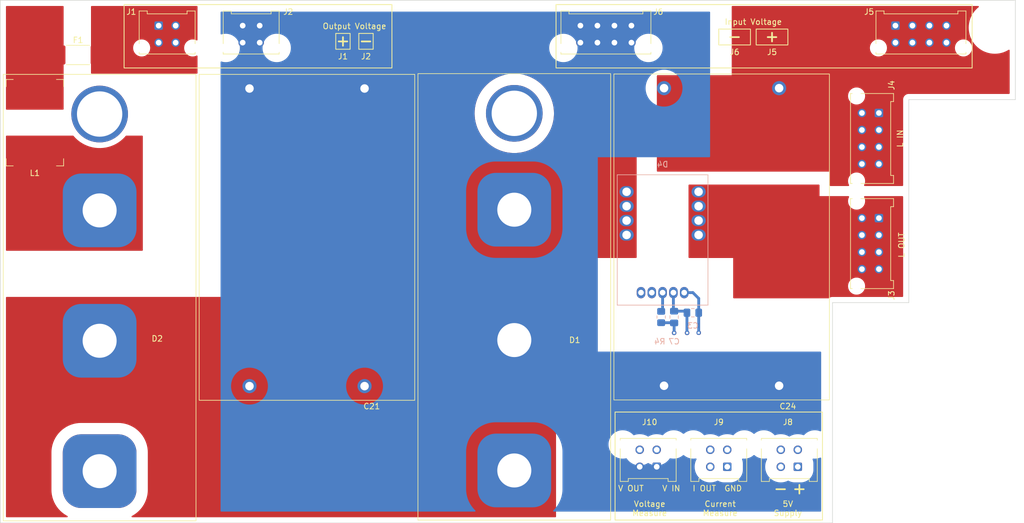
<source format=kicad_pcb>
(kicad_pcb (version 20211014) (generator pcbnew)
  (layers (0 "F.Cu" signal) (1 "In1.Cu" signal) (2 "In2.Cu" signal) (31 "B.Cu" signal) (34 "B.Paste" user) (35 "F.Paste" user) (36 "B.SilkS" user "B.Silkscreen") (37 "F.SilkS" user "F.Silkscreen") (38 "B.Mask" user) (39 "F.Mask" user) (44 "Edge.Cuts" user))
  (net 0 "")
  (net 1 "GNDPWR")
  (net 2 "Voltage_IN")
  (net 3 "Voltage_OUT")
  (net 4 "Current_Measure")
  (net 7 "+5V")
  (net 8 "GND")
  (net 9 "Net-(C21-Pad1)")
  (net 10 "LPSR_OUT")
  (net 11 "Net-(D4-Pad11)")
  (net 13 "Net-(D2-Pad1)")
  (net 14 "LPSR_IN")
  (net 15 "Net-(F1-Pad1)")
  (footprint "Connector_Molex:Molex_Micro-Fit_3.0_43045-0812_2x04_P3.00mm_Vertical" (layer "F.Cu") (at 218.5 87.956 -90)
    (fp_text reference "J3" (at 13.644 -2.226 90) (layer "F.SilkS"))
    (fp_text value "L_OUT")
    (fp_line (start 12.435 -2.58) (end 12.435 3.18) (layer "F.SilkS") (width 0.12))
    (fp_line (start -3.435 5.01) (end 12.435 5.01) (layer "F.SilkS") (width 0.12))
    (fp_line (start -3.435 4.7) (end -3.435 5.01) (layer "F.SilkS") (width 0.12))
    (fp_line (start 11.015 -2.58) (end 12.435 -2.58) (layer "F.SilkS") (width 0.12))
    (fp_line (start -3.435 3.18) (end -3.435 -2.58) (layer "F.SilkS") (width 0.12))
    (fp_line (start 11.015 -2.08) (end 11.015 -2.58) (layer "F.SilkS") (width 0.12))
    (fp_line (start -3.435 -2.58) (end -2.015 -2.58) (layer "F.SilkS") (width 0.12))
    (fp_line (start -2.015 -2.08) (end 11.015 -2.08) (layer "F.SilkS") (width 0.12))
    (fp_line (start 12.435 5.01) (end 12.435 4.7) (layer "F.SilkS") (width 0.12))
    (fp_line (start -2.015 -2.58) (end -2.015 -2.08) (layer "F.SilkS") (width 0.12))
    (pad "" np_thru_hole circle (at -3 3.94 270) (size 1 1) (drill 1) (layers *.Cu *.Mask))
    (pad "" np_thru_hole circle (at 12 3.94 270) (size 1 1) (drill 1) (layers *.Cu *.Mask))
    (pad "1" thru_hole roundrect (at 0 0 270) (size 1.5 1.5) (drill 1) (layers *.Cu *.Mask) (roundrect_rratio 0.1666673333) (net 14 "LPSR_IN"))
    (pad "2" thru_hole circle (at 3 0 270) (size 1.5 1.5) (drill 1) (layers *.Cu *.Mask) (net 14 "LPSR_IN"))
    (pad "3" thru_hole circle (at 6 0 270) (size 1.5 1.5) (drill 1) (layers *.Cu *.Mask) (net 14 "LPSR_IN"))
    (pad "4" thru_hole circle (at 9 0 270) (size 1.5 1.5) (drill 1) (layers *.Cu *.Mask) (net 14 "LPSR_IN"))
    (pad "5" thru_hole circle (at 0 3 270) (size 1.5 1.5) (drill 1) (layers *.Cu *.Mask) (net 14 "LPSR_IN"))
    (pad "6" thru_hole circle (at 3 3 270) (size 1.5 1.5) (drill 1) (layers *.Cu *.Mask) (net 14 "LPSR_IN"))
    (pad "7" thru_hole circle (at 6 3 270) (size 1.5 1.5) (drill 1) (layers *.Cu *.Mask) (net 14 "LPSR_IN"))
    (pad "8" thru_hole circle (at 9 3 270) (size 1.5 1.5) (drill 1) (layers *.Cu *.Mask) (net 14 "LPSR_IN"))
  )
  (footprint "Connector_Molex:Molex_Micro-Fit_3.0_43045-0412_2x02_P3.00mm_Vertical" (layer "F.Cu") (at 191.746 131.826 180)
    (fp_text reference "J9" (at 1.5 7.874 180) (layer "F.SilkS"))
    (fp_text value "Current_Measure")
    (fp_line (start 6.435 -2.58) (end 6.435 3.18) (layer "F.SilkS") (width 0.12))
    (fp_line (start -3.435 3.18) (end -3.435 -2.58) (layer "F.SilkS") (width 0.12))
    (fp_line (start -2.015 -2.58) (end -2.015 -2.08) (layer "F.SilkS") (width 0.12))
    (fp_line (start 5.015 -2.08) (end 5.015 -2.58) (layer "F.SilkS") (width 0.12))
    (fp_line (start 5.015 -2.58) (end 6.435 -2.58) (layer "F.SilkS") (width 0.12))
    (fp_line (start -3.435 -2.58) (end -2.015 -2.58) (layer "F.SilkS") (width 0.12))
    (fp_line (start -2.015 -2.08) (end 5.015 -2.08) (layer "F.SilkS") (width 0.12))
    (fp_line (start 6.435 5.01) (end 6.435 4.7) (layer "F.SilkS") (width 0.12))
    (fp_line (start -3.435 4.7) (end -3.435 5.01) (layer "F.SilkS") (width 0.12))
    (fp_line (start -3.435 5.01) (end 6.435 5.01) (layer "F.SilkS") (width 0.12))
    (pad "" np_thru_hole circle (at -3 3.94 180) (size 1 1) (drill 1) (layers *.Cu *.Mask))
    (pad "" np_thru_hole circle (at 6 3.94 180) (size 1 1) (drill 1) (layers *.Cu *.Mask))
    (pad "1" thru_hole roundrect (at 0 0 180) (size 1.5 1.5) (drill 1) (layers *.Cu *.Mask) (roundrect_rratio 0.1666673333) (net 8 "GND"))
    (pad "2" thru_hole circle (at 3 0 180) (size 1.5 1.5) (drill 1) (layers *.Cu *.Mask) (net 4 "Current_Measure"))
    (pad "3" thru_hole circle (at 0 3 180) (size 1.5 1.5) (drill 1) (layers *.Cu *.Mask) (net 8 "GND"))
    (pad "4" thru_hole circle (at 3 3 180) (size 1.5 1.5) (drill 1) (layers *.Cu *.Mask) (net 4 "Current_Measure"))
  )
  (footprint "Inductor_My:Wurth" (layer "F.Cu") (at 69.596 71.12 90)
    (fp_text reference "L1" (at -8.89 0 unlocked) (layer "F.SilkS"))
    (fp_text value "L_Small")
    (fp_line (start -7.62 5.08) (end -6.35 5.08) (layer "F.SilkS") (width 0.12))
    (fp_line (start 7.62 -5.08) (end 7.62 -3.81) (layer "F.SilkS") (width 0.12))
    (fp_line (start 7.62 5.08) (end 7.62 3.81) (layer "F.SilkS") (width 0.12))
    (fp_line (start 6.35 5.08) (end 7.62 5.08) (layer "F.SilkS") (width 0.12))
    (fp_line (start 6.35 -5.08) (end 7.62 -5.08) (layer "F.SilkS") (width 0.12))
    (fp_line (start -6.35 -5.08) (end -7.62 -5.08) (layer "F.SilkS") (width 0.12))
    (fp_line (start -7.62 -5.08) (end -7.62 -3.81) (layer "F.SilkS") (width 0.12))
    (fp_line (start -7.62 3.81) (end -7.62 5.08) (layer "F.SilkS") (width 0.12))
    (pad "1" smd roundrect (at -5 0 90) (size 5 10) (layers "F.Cu" "F.Paste" "F.Mask") (net 13 "Net-(D2-Pad1)"))
    (pad "2" smd roundrect (at 5 0 90) (size 5 10) (layers "F.Cu" "F.Paste" "F.Mask") (net 15 "Net-(F1-Pad1)"))
  )
  (footprint "Connector_Molex:Molex_Micro-Fit_3.0_43045-0412_2x02_P3.00mm_Vertical" (layer "F.Cu") (at 179.3 131.826 180)
    (fp_text reference "J10" (at 1.246 7.874) (layer "F.SilkS"))
    (fp_text value "Voltage_Measure")
    (fp_line (start 6.435 -2.58) (end 6.435 3.18) (layer "F.SilkS") (width 0.12))
    (fp_line (start 5.015 -2.08) (end 5.015 -2.58) (layer "F.SilkS") (width 0.12))
    (fp_line (start 5.015 -2.58) (end 6.435 -2.58) (layer "F.SilkS") (width 0.12))
    (fp_line (start -3.435 -2.58) (end -2.015 -2.58) (layer "F.SilkS") (width 0.12))
    (fp_line (start -3.435 3.18) (end -3.435 -2.58) (layer "F.SilkS") (width 0.12))
    (fp_line (start -2.015 -2.08) (end 5.015 -2.08) (layer "F.SilkS") (width 0.12))
    (fp_line (start -3.435 5.01) (end 6.435 5.01) (layer "F.SilkS") (width 0.12))
    (fp_line (start 6.435 5.01) (end 6.435 4.7) (layer "F.SilkS") (width 0.12))
    (fp_line (start -2.015 -2.58) (end -2.015 -2.08) (layer "F.SilkS") (width 0.12))
    (fp_line (start -3.435 4.7) (end -3.435 5.01) (layer "F.SilkS") (width 0.12))
    (pad "" np_thru_hole circle (at 6 3.94 180) (size 1 1) (drill 1) (layers *.Cu *.Mask))
    (pad "" np_thru_hole circle (at -3 3.94 180) (size 1 1) (drill 1) (layers *.Cu *.Mask))
    (pad "1" thru_hole roundrect (at 0 0 180) (size 1.5 1.5) (drill 1) (layers *.Cu *.Mask) (roundrect_rratio 0.1666673333) (net 1 "GNDPWR"))
    (pad "2" thru_hole circle (at 3 0 180) (size 1.5 1.5) (drill 1) (layers *.Cu *.Mask) (net 1 "GNDPWR"))
    (pad "3" thru_hole circle (at 0 3 180) (size 1.5 1.5) (drill 1) (layers *.Cu *.Mask) (net 2 "Voltage_IN"))
    (pad "4" thru_hole circle (at 3 3 180) (size 1.5 1.5) (drill 1) (layers *.Cu *.Mask) (net 3 "Voltage_OUT"))
  )
  (footprint "IGBT_Modul:SEMITRANS_2" (layer "F.Cu") (at 81.026 69.596)
    (fp_text reference "D2" (at 10.16 39.624 unlocked) (layer "F.SilkS"))
    (fp_text value "SKM100GB12T4")
    (fp_rect (start -17 -7) (end 17 71.76) (layer "F.SilkS") (width 0.12) (fill none))
    (pad "" np_thru_hole circle (at 0 0) (size 10 10) (drill 8) (layers F&B.Cu *.Mask))
    (pad "1" thru_hole roundrect (at 0 17) (size 13 13) (drill 6) (layers *.Cu *.Mask) (net 13 "Net-(D2-Pad1)"))
    (pad "2" thru_hole roundrect (at 0 40) (size 13 13) (drill 6) (layers *.Cu *.Mask) (net 9 "Net-(C21-Pad1)"))
    (pad "3" thru_hole roundrect (at 0 63) (size 13 13) (drill 6) (layers *.Cu *.Mask) (clearance 2))
  )
  (footprint "Fuse:Fuse_2512_6332Metric_Pad1.52x3.35mm_HandSolder" (layer "F.Cu") (at 77.216 59.182)
    (fp_text reference "F1" (at 0 -2.62) (layer "F.SilkS"))
    (fp_text value "Fuse")
    (fp_line (start -2.052064 1.71) (end 2.052064 1.71) (layer "F.SilkS") (width 0.12))
    (fp_line (start -2.052064 -1.71) (end 2.052064 -1.71) (layer "F.SilkS") (width 0.12))
    (pad "1" smd roundrect (at -2.9875 0) (size 1.525 3.35) (layers "F.Cu" "F.Paste" "F.Mask") (roundrect_rratio 0.1639337705) (net 15 "Net-(F1-Pad1)"))
    (pad "2" smd roundrect (at 2.9875 0) (size 1.525 3.35) (layers "F.Cu" "F.Paste" "F.Mask") (roundrect_rratio 0.1639337705) (net 3 "Voltage_OUT"))
  )
  (footprint "Capacitor_4pin:C4AE" (layer "F.Cu") (at 192.064 62.531)
    (fp_text reference "C24" (at 10.374 58.627 unlocked) (layer "F.SilkS"))
    (fp_text value "100u")
    (fp_rect (start -20.32 0) (end 17.7 57.5) (layer "F.SilkS") (width 0.12) (fill none))
    (pad "1" thru_hole circle (at 8.83 2.5) (size 2.5 2.5) (drill 1.5) (layers *.Cu *.Mask) (net 2 "Voltage_IN") (clearance 2))
    (pad "1" thru_hole circle (at -11.47 2.5) (size 2.5 2.5) (drill 1.5) (layers *.Cu *.Mask) (net 2 "Voltage_IN") (clearance 2))
    (pad "2" thru_hole circle (at -11.47 55) (size 2.5 2.5) (drill 1.5) (layers *.Cu *.Mask) (net 1 "GNDPWR"))
    (pad "2" thru_hole circle (at 8.83 55) (size 2.5 2.5) (drill 1.5) (layers *.Cu *.Mask) (net 1 "GNDPWR"))
  )
  (footprint "Connector_Molex:Molex_Micro-Fit_3.0_43045-0412_2x02_P3.00mm_Vertical" (layer "F.Cu") (at 91.44 54)
    (fp_text reference "J1" (at -4.826 -2.438) (layer "F.SilkS"))
    (fp_text value "OUT+")
    (fp_line (start -3.435 5.01) (end 6.435 5.01) (layer "F.SilkS") (width 0.12))
    (fp_line (start -3.435 4.7) (end -3.435 5.01) (layer "F.SilkS") (width 0.12))
    (fp_line (start 5.015 -2.58) (end 6.435 -2.58) (layer "F.SilkS") (width 0.12))
    (fp_line (start 6.435 5.01) (end 6.435 4.7) (layer "F.SilkS") (width 0.12))
    (fp_line (start 5.015 -2.08) (end 5.015 -2.58) (layer "F.SilkS") (width 0.12))
    (fp_line (start -3.435 3.18) (end -3.435 -2.58) (layer "F.SilkS") (width 0.12))
    (fp_line (start -2.015 -2.58) (end -2.015 -2.08) (layer "F.SilkS") (width 0.12))
    (fp_line (start -3.435 -2.58) (end -2.015 -2.58) (layer "F.SilkS") (width 0.12))
    (fp_line (start -2.015 -2.08) (end 5.015 -2.08) (layer "F.SilkS") (width 0.12))
    (fp_line (start 6.435 -2.58) (end 6.435 3.18) (layer "F.SilkS") (width 0.12))
    (pad "" np_thru_hole circle (at 6 3.94) (size 1 1) (drill 1) (layers *.Cu *.Mask))
    (pad "" np_thru_hole circle (at -3 3.94) (size 1 1) (drill 1) (layers *.Cu *.Mask))
    (pad "1" thru_hole roundrect (at 0 0) (size 1.5 1.5) (drill 1) (layers *.Cu *.Mask) (roundrect_rratio 0.1666673333) (net 3 "Voltage_OUT"))
    (pad "2" thru_hole circle (at 3 0) (size 1.5 1.5) (drill 1) (layers *.Cu *.Mask) (net 3 "Voltage_OUT"))
    (pad "3" thru_hole circle (at 0 3) (size 1.5 1.5) (drill 1) (layers *.Cu *.Mask) (net 3 "Voltage_OUT"))
    (pad "4" thru_hole circle (at 3 3) (size 1.5 1.5) (drill 1) (layers *.Cu *.Mask) (net 3 "Voltage_OUT"))
  )
  (footprint "Connector_Molex:Molex_Micro-Fit_3.0_43045-0812_2x04_P3.00mm_Vertical" (layer "F.Cu") (at 165.84 54)
    (fp_text reference "J6" (at 13.738 -2.438) (layer "F.SilkS"))
    (fp_text value "IN-")
    (fp_line (start -3.435 5.01) (end 12.435 5.01) (layer "F.SilkS") (width 0.12))
    (fp_line (start -3.435 3.18) (end -3.435 -2.58) (layer "F.SilkS") (width 0.12))
    (fp_line (start 12.435 5.01) (end 12.435 4.7) (layer "F.SilkS") (width 0.12))
    (fp_line (start 11.015 -2.08) (end 11.015 -2.58) (layer "F.SilkS") (width 0.12))
    (fp_line (start -2.015 -2.08) (end 11.015 -2.08) (layer "F.SilkS") (width 0.12))
    (fp_line (start 12.435 -2.58) (end 12.435 3.18) (layer "F.SilkS") (width 0.12))
    (fp_line (start -3.435 4.7) (end -3.435 5.01) (layer "F.SilkS") (width 0.12))
    (fp_line (start -2.015 -2.58) (end -2.015 -2.08) (layer "F.SilkS") (width 0.12))
    (fp_line (start 11.015 -2.58) (end 12.435 -2.58) (layer "F.SilkS") (width 0.12))
    (fp_line (start -3.435 -2.58) (end -2.015 -2.58) (layer "F.SilkS") (width 0.12))
    (pad "" np_thru_hole circle (at 12 3.94) (size 1 1) (drill 1) (layers *.Cu *.Mask))
    (pad "" np_thru_hole circle (at -3 3.94) (size 1 1) (drill 1) (layers *.Cu *.Mask))
    (pad "1" thru_hole roundrect (at 0 0) (size 1.5 1.5) (drill 1) (layers *.Cu *.Mask) (roundrect_rratio 0.1666673333) (net 1 "GNDPWR"))
    (pad "2" thru_hole circle (at 3 0) (size 1.5 1.5) (drill 1) (layers *.Cu *.Mask) (net 1 "GNDPWR"))
    (pad "3" thru_hole circle (at 6 0) (size 1.5 1.5) (drill 1) (layers *.Cu *.Mask) (net 1 "GNDPWR"))
    (pad "4" thru_hole circle (at 9 0) (size 1.5 1.5) (drill 1) (layers *.Cu *.Mask) (net 1 "GNDPWR"))
    (pad "5" thru_hole circle (at 0 3) (size 1.5 1.5) (drill 1) (layers *.Cu *.Mask) (net 1 "GNDPWR"))
    (pad "6" thru_hole circle (at 3 3) (size 1.5 1.5) (drill 1) (layers *.Cu *.Mask) (net 1 "GNDPWR"))
    (pad "7" thru_hole circle (at 6 3) (size 1.5 1.5) (drill 1) (layers *.Cu *.Mask) (net 1 "GNDPWR"))
    (pad "8" thru_hole circle (at 9 3) (size 1.5 1.5) (drill 1) (layers *.Cu *.Mask) (net 1 "GNDPWR"))
  )
  (footprint "MountingHole:MountingHole_3.2mm_M3" (layer "F.Cu") (at 238.948 54.356)
    (fp_text reference "H3" hide)
    (fp_text value "MountingHole")
    (pad "" np_thru_hole circle (at 0 0) (size 3.2 3.2) (drill 3.2) (layers *.Cu *.Mask))
  )
  (footprint "Connector_Molex:Molex_Micro-Fit_3.0_43045-0412_2x02_P3.00mm_Vertical" (layer "F.Cu") (at 204.192 131.826 180)
    (fp_text reference "J8" (at 1.754 7.874 180) (layer "F.SilkS"))
    (fp_text value "+5V")
    (fp_line (start 5.015 -2.08) (end 5.015 -2.58) (layer "F.SilkS") (width 0.12))
    (fp_line (start 5.015 -2.58) (end 6.435 -2.58) (layer "F.SilkS") (width 0.12))
    (fp_line (start -3.435 3.18) (end -3.435 -2.58) (layer "F.SilkS") (width 0.12))
    (fp_line (start -2.015 -2.58) (end -2.015 -2.08) (layer "F.SilkS") (width 0.12))
    (fp_line (start 6.435 5.01) (end 6.435 4.7) (layer "F.SilkS") (width 0.12))
    (fp_line (start -3.435 4.7) (end -3.435 5.01) (layer "F.SilkS") (width 0.12))
    (fp_line (start -2.015 -2.08) (end 5.015 -2.08) (layer "F.SilkS") (width 0.12))
    (fp_line (start -3.435 5.01) (end 6.435 5.01) (layer "F.SilkS") (width 0.12))
    (fp_line (start -3.435 -2.58) (end -2.015 -2.58) (layer "F.SilkS") (width 0.12))
    (fp_line (start 6.435 -2.58) (end 6.435 3.18) (layer "F.SilkS") (width 0.12))
    (pad "" np_thru_hole circle (at -3 3.94 180) (size 1 1) (drill 1) (layers *.Cu *.Mask))
    (pad "" np_thru_hole circle (at 6 3.94 180) (size 1 1) (drill 1) (layers *.Cu *.Mask))
    (pad "1" thru_hole roundrect (at 0 0 180) (size 1.5 1.5) (drill 1) (layers *.Cu *.Mask) (roundrect_rratio 0.1666673333) (net 7 "+5V"))
    (pad "2" thru_hole circle (at 3 0 180) (size 1.5 1.5) (drill 1) (layers *.Cu *.Mask) (net 8 "GND"))
    (pad "3" thru_hole circle (at 0 3 180) (size 1.5 1.5) (drill 1) (layers *.Cu *.Mask) (net 7 "+5V"))
    (pad "4" thru_hole circle (at 3 3 180) (size 1.5 1.5) (drill 1) (layers *.Cu *.Mask) (net 8 "GND"))
  )
  (footprint "Capacitor_4pin:C4AE" (layer "F.Cu") (at 116.292 120.095 180)
    (fp_text reference "C21" (at -12.74 -1.063 unlocked) (layer "F.SilkS"))
    (fp_text value "100u")
    (fp_rect (start -20.32 0) (end 17.7 57.5) (layer "F.SilkS") (width 0.12) (fill none))
    (pad "1" thru_hole circle (at 8.83 2.5 180) (size 2.5 2.5) (drill 1.5) (layers *.Cu *.Mask) (net 9 "Net-(C21-Pad1)"))
    (pad "1" thru_hole circle (at -11.47 2.5 180) (size 2.5 2.5) (drill 1.5) (layers *.Cu *.Mask) (net 9 "Net-(C21-Pad1)"))
    (pad "2" thru_hole circle (at 8.83 55 180) (size 2.5 2.5) (drill 1.5) (layers *.Cu *.Mask) (net 1 "GNDPWR"))
    (pad "2" thru_hole circle (at -11.47 55 180) (size 2.5 2.5) (drill 1.5) (layers *.Cu *.Mask) (net 1 "GNDPWR"))
  )
  (footprint "Connector_Molex:Molex_Micro-Fit_3.0_43045-0812_2x04_P3.00mm_Vertical" (layer "F.Cu") (at 218.5 69.414 -90)
    (fp_text reference "J4" (at -4.898 -2.226 90) (layer "F.SilkS"))
    (fp_text value "L_IN")
    (fp_line (start 11.015 -2.08) (end 11.015 -2.58) (layer "F.SilkS") (width 0.12))
    (fp_line (start -2.015 -2.58) (end -2.015 -2.08) (layer "F.SilkS") (width 0.12))
    (fp_line (start 12.435 -2.58) (end 12.435 3.18) (layer "F.SilkS") (width 0.12))
    (fp_line (start -3.435 3.18) (end -3.435 -2.58) (layer "F.SilkS") (width 0.12))
    (fp_line (start 11.015 -2.58) (end 12.435 -2.58) (layer "F.SilkS") (width 0.12))
    (fp_line (start -2.015 -2.08) (end 11.015 -2.08) (layer "F.SilkS") (width 0.12))
    (fp_line (start -3.435 4.7) (end -3.435 5.01) (layer "F.SilkS") (width 0.12))
    (fp_line (start -3.435 5.01) (end 12.435 5.01) (layer "F.SilkS") (width 0.12))
    (fp_line (start 12.435 5.01) (end 12.435 4.7) (layer "F.SilkS") (width 0.12))
    (fp_line (start -3.435 -2.58) (end -2.015 -2.58) (layer "F.SilkS") (width 0.12))
    (pad "" np_thru_hole circle (at -3 3.94 270) (size 1 1) (drill 1) (layers *.Cu *.Mask))
    (pad "" np_thru_hole circle (at 12 3.94 270) (size 1 1) (drill 1) (layers *.Cu *.Mask))
    (pad "1" thru_hole roundrect (at 0 0 270) (size 1.5 1.5) (drill 1) (layers *.Cu *.Mask) (roundrect_rratio 0.1666673333) (net 2 "Voltage_IN"))
    (pad "2" thru_hole circle (at 3 0 270) (size 1.5 1.5) (drill 1) (layers *.Cu *.Mask) (net 2 "Voltage_IN"))
    (pad "3" thru_hole circle (at 6 0 270) (size 1.5 1.5) (drill 1) (layers *.Cu *.Mask) (net 2 "Voltage_IN"))
    (pad "4" thru_hole circle (at 9 0 270) (size 1.5 1.5) (drill 1) (layers *.Cu *.Mask) (net 2 "Voltage_IN"))
    (pad "5" thru_hole circle (at 0 3 270) (size 1.5 1.5) (drill 1) (layers *.Cu *.Mask) (net 2 "Voltage_IN"))
    (pad "6" thru_hole circle (at 3 3 270) (size 1.5 1.5) (drill 1) (layers *.Cu *.Mask) (net 2 "Voltage_IN"))
    (pad "7" thru_hole circle (at 6 3 270) (size 1.5 1.5) (drill 1) (layers *.Cu *.Mask) (net 2 "Voltage_IN"))
    (pad "8" thru_hole circle (at 9 3 270) (size 1.5 1.5) (drill 1) (layers *.Cu *.Mask) (net 2 "Voltage_IN"))
  )
  (footprint "IGBT_Modul:SEMITRANS_2" (layer "F.Cu") (at 154.178 69.474)
    (fp_text reference "D1" (at 10.668 40 unlocked) (layer "F.SilkS"))
    (fp_text value "SKM100GB12T4")
    (fp_rect (start -17 -7) (end 17 71.76) (layer "F.SilkS") (width 0.12) (fill none))
    (pad "" np_thru_hole circle (at 0 0) (size 10 10) (drill 8) (layers F&B.Cu *.Mask) (clearance 2))
    (pad "1" thru_hole roundrect (at 0 17) (size 13 13) (drill 6) (layers *.Cu *.Mask) (net 10 "LPSR_OUT") (clearance 2))
    (pad "2" thru_hole roundrect (at 0 40) (size 13 13) (drill 6) (layers *.Cu *.Mask) (net 1 "GNDPWR") (clearance 2))
    (pad "3" thru_hole roundrect (at 0 63) (size 13 13) (drill 6) (layers *.Cu *.Mask) (net 9 "Net-(C21-Pad1)"))
  )
  (footprint "Connector_Molex:Molex_Micro-Fit_3.0_43045-0812_2x04_P3.00mm_Vertical" (layer "F.Cu") (at 221.414 54)
    (fp_text reference "J5" (at -4.644 -2.438) (layer "F.SilkS"))
    (fp_text value "IN+")
    (fp_line (start 12.435 5.01) (end 12.435 4.7) (layer "F.SilkS") (width 0.12))
    (fp_line (start -2.015 -2.08) (end 11.015 -2.08) (layer "F.SilkS") (width 0.12))
    (fp_line (start 11.015 -2.08) (end 11.015 -2.58) (layer "F.SilkS") (width 0.12))
    (fp_line (start -3.435 5.01) (end 12.435 5.01) (layer "F.SilkS") (width 0.12))
    (fp_line (start -3.435 -2.58) (end -2.015 -2.58) (layer "F.SilkS") (width 0.12))
    (fp_line (start -2.015 -2.58) (end -2.015 -2.08) (layer "F.SilkS") (width 0.12))
    (fp_line (start 12.435 -2.58) (end 12.435 3.18) (layer "F.SilkS") (width 0.12))
    (fp_line (start -3.435 4.7) (end -3.435 5.01) (layer "F.SilkS") (width 0.12))
    (fp_line (start -3.435 3.18) (end -3.435 -2.58) (layer "F.SilkS") (width 0.12))
    (fp_line (start 11.015 -2.58) (end 12.435 -2.58) (layer "F.SilkS") (width 0.12))
    (pad "" np_thru_hole circle (at 12 3.94) (size 1 1) (drill 1) (layers *.Cu *.Mask))
    (pad "" np_thru_hole circle (at -3 3.94) (size 1 1) (drill 1) (layers *.Cu *.Mask))
    (pad "1" thru_hole roundrect (at 0 0) (size 1.5 1.5) (drill 1) (layers *.Cu *.Mask) (roundrect_rratio 0.1666673333) (net 2 "Voltage_IN"))
    (pad "2" thru_hole circle (at 3 0) (size 1.5 1.5) (drill 1) (layers *.Cu *.Mask) (net 2 "Voltage_IN"))
    (pad "3" thru_hole circle (at 6 0) (size 1.5 1.5) (drill 1) (layers *.Cu *.Mask) (net 2 "Voltage_IN"))
    (pad "4" thru_hole circle (at 9 0) (size 1.5 1.5) (drill 1) (layers *.Cu *.Mask) (net 2 "Voltage_IN"))
    (pad "5" thru_hole circle (at 0 3) (size 1.5 1.5) (drill 1) (layers *.Cu *.Mask) (net 2 "Voltage_IN"))
    (pad "6" thru_hole circle (at 3 3) (size 1.5 1.5) (drill 1) (layers *.Cu *.Mask) (net 2 "Voltage_IN"))
    (pad "7" thru_hole circle (at 6 3) (size 1.5 1.5) (drill 1) (layers *.Cu *.Mask) (net 2 "Voltage_IN"))
    (pad "8" thru_hole circle (at 9 3) (size 1.5 1.5) (drill 1) (layers *.Cu *.Mask) (net 2 "Voltage_IN"))
  )
  (footprint "Connector_Molex:Molex_Micro-Fit_3.0_43045-0412_2x02_P3.00mm_Vertical" (layer "F.Cu") (at 106.262 54)
    (fp_text reference "J2" (at 8.038 -2.438) (layer "F.SilkS"))
    (fp_text value "OUT-")
    (fp_line (start -2.015 -2.58) (end -2.015 -2.08) (layer "F.SilkS") (width 0.12))
    (fp_line (start 5.015 -2.08) (end 5.015 -2.58) (layer "F.SilkS") (width 0.12))
    (fp_line (start 6.435 5.01) (end 6.435 4.7) (layer "F.SilkS") (width 0.12))
    (fp_line (start 5.015 -2.58) (end 6.435 -2.58) (layer "F.SilkS") (width 0.12))
    (fp_line (start -3.435 4.7) (end -3.435 5.01) (layer "F.SilkS") (width 0.12))
    (fp_line (start -3.435 3.18) (end -3.435 -2.58) (layer "F.SilkS") (width 0.12))
    (fp_line (start -3.435 5.01) (end 6.435 5.01) (layer "F.SilkS") (width 0.12))
    (fp_line (start -3.435 -2.58) (end -2.015 -2.58) (layer "F.SilkS") (width 0.12))
    (fp_line (start -2.015 -2.08) (end 5.015 -2.08) (layer "F.SilkS") (width 0.12))
    (fp_line (start 6.435 -2.58) (end 6.435 3.18) (layer "F.SilkS") (width 0.12))
    (pad "" np_thru_hole circle (at -3 3.94) (size 1 1) (drill 1) (layers *.Cu *.Mask))
    (pad "" np_thru_hole circle (at 6 3.94) (size 1 1) (drill 1) (layers *.Cu *.Mask))
    (pad "1" thru_hole roundrect (at 0 0) (size 1.5 1.5) (drill 1) (layers *.Cu *.Mask) (roundrect_rratio 0.1666673333) (net 1 "GNDPWR"))
    (pad "2" thru_hole circle (at 3 0) (size 1.5 1.5) (drill 1) (layers *.Cu *.Mask) (net 1 "GNDPWR"))
    (pad "3" thru_hole circle (at 0 3) (size 1.5 1.5) (drill 1) (layers *.Cu *.Mask) (net 1 "GNDPWR"))
    (pad "4" thru_hole circle (at 3 3) (size 1.5 1.5) (drill 1) (layers *.Cu *.Mask) (net 1 "GNDPWR"))
  )
  (footprint "Resistor_SMD:R_0805_2012Metric_Pad1.20x1.40mm_HandSolder" (layer "B.Cu") (at 180.086 105.41 -90)
    (fp_text reference "R4" (at 4.318 0.254 180) (layer "B.SilkS") (effects (justify mirror)))
    (fp_text value "R_Small")
    (fp_line (start -0.227064 -0.735) (end 0.227064 -0.735) (layer "B.SilkS") (width 0.12))
    (fp_line (start -0.227064 0.735) (end 0.227064 0.735) (layer "B.SilkS") (width 0.12))
    (pad "1" smd roundrect (at -1 0 270) (size 1.2 1.4) (layers "B.Cu" "B.Paste" "B.Mask") (roundrect_rratio 0.2083333333) (net 11 "Net-(D4-Pad11)"))
    (pad "2" smd roundrect (at 1 0 270) (size 1.2 1.4) (layers "B.Cu" "B.Paste" "B.Mask") (roundrect_rratio 0.2083333333) (net 4 "Current_Measure"))
  )
  (footprint "LPSR:LPSR_50" (layer "B.Cu") (at 180.34 83.312 180)
    (fp_text reference "D4" (at 0 4.826) (layer "B.SilkS") (effects (justify mirror)))
    (fp_text value "LPSR_50-NP")
    (fp_line (start -8 3) (end 8 3) (layer "B.SilkS") (width 0.12))
    (fp_line (start 8 -20) (end -8 -20) (layer "B.SilkS") (width 0.12))
    (fp_line (start 8 3) (end 8 -20) (layer "B.SilkS") (width 0.12))
    (fp_line (start -8 -20) (end -8 3) (layer "B.SilkS") (width 0.12))
    (pad "1" thru_hole oval (at -6.35 0 180) (size 2.5 2) (drill 1.5) (layers *.Cu *.Mask) (net 14 "LPSR_IN"))
    (pad "2" thru_hole oval (at -6.35 -2.54 180) (size 2.5 2) (drill 1.5) (layers *.Cu *.Mask) (net 14 "LPSR_IN"))
    (pad "3" thru_hole oval (at -6.35 -5.08 180) (size 2.5 2) (drill 1.5) (layers *.Cu *.Mask) (net 14 "LPSR_IN"))
    (pad "4" thru_hole oval (at -6.35 -7.62 180) (size 2.5 2) (drill 1.5) (layers *.Cu *.Mask) (net 14 "LPSR_IN"))
    (pad "5" thru_hole oval (at 6.35 0 180) (size 2.5 2) (drill 1.5) (layers *.Cu *.Mask) (net 10 "LPSR_OUT"))
    (pad "6" thru_hole oval (at 6.35 -2.54 180) (size 2.5 2) (drill 1.5) (layers *.Cu *.Mask) (net 10 "LPSR_OUT"))
    (pad "7" thru_hole oval (at 6.35 -5.08 180) (size 2.5 2) (drill 1.5) (layers *.Cu *.Mask) (net 10 "LPSR_OUT"))
    (pad "8" thru_hole oval (at 6.35 -7.62 180) (size 2.5 2) (drill 1.5) (layers *.Cu *.Mask) (net 10 "LPSR_OUT"))
    (pad "9" thru_hole oval (at -3.81 -17.79 180) (size 1.5 2) (drill 1) (layers *.Cu *.Mask) (net 7 "+5V"))
    (pad "10" thru_hole oval (at -1.905 -17.79 180) (size 1.5 2) (drill 1) (layers *.Cu *.Mask) (net 8 "GND"))
    (pad "11" thru_hole oval (at 0 -17.79 180) (size 1.5 2) (drill 1) (layers *.Cu *.Mask) (net 11 "Net-(D4-Pad11)"))
    (pad "12" thru_hole oval (at 1.905 -17.79 180) (size 1.5 2) (drill 1) (layers *.Cu *.Mask))
    (pad "13" thru_hole oval (at 3.81 -17.79 180) (size 1.5 2) (drill 1) (layers *.Cu *.Mask))
  )
  (footprint "Capacitor_SMD:C_0805_2012Metric_Pad1.18x1.45mm_HandSolder" (layer "B.Cu") (at 182.372 105.41 90)
    (fp_text reference "C7" (at -4.318 0 180) (layer "B.SilkS") (effects (justify mirror)))
    (fp_text value "C_Small")
    (fp_line (start -0.261252 0.735) (end 0.261252 0.735) (layer "B.SilkS") (width 0.12))
    (fp_line (start -0.261252 -0.735) (end 0.261252 -0.735) (layer "B.SilkS") (width 0.12))
    (pad "1" smd roundrect (at -1.0375 0 90) (size 1.175 1.45) (layers "B.Cu" "B.Paste" "B.Mask") (roundrect_rratio 0.2127659574) (net 4 "Current_Measure"))
    (pad "2" smd roundrect (at 1.0375 0 90) (size 1.175 1.45) (layers "B.Cu" "B.Paste" "B.Mask") (roundrect_rratio 0.2127659574) (net 8 "GND"))
  )
  (footprint "Capacitor_SMD:C_0805_2012Metric_Pad1.18x1.45mm_HandSolder" (layer "B.Cu") (at 185.674 104.648 180)
    (fp_text reference "C3" (at 0 -2.286) (layer "B.SilkS") (effects (justify mirror)))
    (fp_text value "C_Small")
    (fp_line (start -0.261252 0.735) (end 0.261252 0.735) (layer "B.SilkS") (width 0.12))
    (fp_line (start -0.261252 -0.735) (end 0.261252 -0.735) (layer "B.SilkS") (width 0.12))
    (pad "1" smd roundrect (at -1.0375 0 180) (size 1.175 1.45) (layers "B.Cu" "B.Paste" "B.Mask") (roundrect_rratio 0.2127659574) (net 7 "+5V"))
    (pad "2" smd roundrect (at 1.0375 0 180) (size 1.175 1.45) (layers "B.Cu" "B.Paste" "B.Mask") (roundrect_rratio 0.2127659574) (net 8 "GND"))
  )
  (gr_rect (start 161.544 50.292) (end 234.95 61.468) (layer "F.SilkS") (width 0.15) (fill none))
  (gr_rect (start 129.286 55.372) (end 126.746 58.166) (layer "F.SilkS") (width 0.15) (fill none))
  (gr_rect (start 85.344 50.292) (end 132.588 61.468) (layer "F.SilkS") (width 0.15) (fill none))
  (gr_rect (start 190.246 54.61) (end 195.834 57.404) (layer "F.SilkS") (width 0.15) (fill none))
  (gr_rect (start 171.958 122.174) (end 208.534 141.224) (layer "F.SilkS") (width 0.15) (fill none))
  (gr_rect (start 196.85 54.61) (end 202.438 57.404) (layer "F.SilkS") (width 0.15) (fill none))
  (gr_rect (start 125.222 55.372) (end 122.682 58.166) (layer "F.SilkS") (width 0.15) (fill none))
  (gr_line (start 242.57 49.53) (end 242.57 67.056) (layer "Edge.Cuts") (width 0.1))
  (gr_line (start 63.5 141.732) (end 210.312 141.732) (layer "Edge.Cuts") (width 0.1))
  (gr_line (start 210.312 102.87) (end 223.774 102.87) (layer "Edge.Cuts") (width 0.1))
  (gr_line (start 63.5 49.53) (end 63.5 141.732) (layer "Edge.Cuts") (width 0.1))
  (gr_line (start 210.312 141.732) (end 210.312 102.87) (layer "Edge.Cuts") (width 0.1))
  (gr_line (start 223.774 102.87) (end 223.774 67.056) (layer "Edge.Cuts") (width 0.1))
  (gr_line (start 242.57 67.056) (end 223.774 67.056) (layer "Edge.Cuts") (width 0.1))
  (gr_line (start 242.57 49.53) (end 63.5 49.53) (layer "Edge.Cuts") (width 0.1))
  (gr_text "+" (at 204.47 135.636) (layer "F.SilkS") (effects (font (size 2 2) (thickness 0.3))))
  (gr_text "J5" (at 199.644 58.674) (layer "F.SilkS") (effects (font (size 1 1))))
  (gr_text "Current\nMeasure" (at 190.5 139.192) (layer "F.SilkS") (effects (font (size 1 1))))
  (gr_text "Output Voltage" (at 125.984 54.102) (layer "F.SilkS") (effects (font (size 1 1))))
  (gr_text "-" (at 201.168 135.636) (layer "F.SilkS") (effects (font (size 2 2) (thickness 0.3))))
  (gr_text "+" (at 199.644 55.88) (layer "F.SilkS") (effects (font (size 2 2) (thickness 0.3))))
  (gr_text "-\n" (at 128.016 56.642) (layer "F.SilkS") (effects (font (size 2 2) (thickness 0.3))))
  (gr_text "L IN" (at 222.25 73.914 90) (layer "F.SilkS") (effects (font (size 1 1))))
  (gr_text "Input Voltage" (at 196.342 53.34) (layer "F.SilkS") (effects (font (size 1 1))))
  (gr_text "J1" (at 123.952 59.436) (layer "F.SilkS") (effects (font (size 1 1))))
  (gr_text "J2\n" (at 128.016 59.436) (layer "F.SilkS") (effects (font (size 1 1))))
  (gr_text "V OUT" (at 174.752 135.636) (layer "F.SilkS") (effects (font (size 1 1))))
  (gr_text "Voltage\nMeasure" (at 178.054 139.192) (layer "F.SilkS") (effects (font (size 1 1))))
  (gr_text "I OUT" (at 187.706 135.636) (layer "F.SilkS") (effects (font (size 1 1))))
  (gr_text "J6\n" (at 193.04 58.674) (layer "F.SilkS") (effects (font (size 1 1))))
  (gr_text "-\n" (at 193.04 55.88) (layer "F.SilkS") (effects (font (size 2 2) (thickness 0.3))))
  (gr_text "+" (at 123.952 56.642) (layer "F.SilkS") (effects (font (size 2 2) (thickness 0.3))))
  (gr_text "5V\nSupply\n" (at 202.438 139.192) (layer "F.SilkS") (effects (font (size 1 1))))
  (gr_text "V IN" (at 181.864 135.636) (layer "F.SilkS") (effects (font (size 1 1))))
  (gr_text "GND\n" (at 192.786 135.636) (layer "F.SilkS") (effects (font (size 1 1))))
  (gr_text "L OUT" (at 222.504 92.71 90) (layer "F.SilkS") (effects (font (size 1 1))))
  (via (at 182.372 108.204) (size 0.8) (drill 0.4) (layers "F.Cu" "B.Cu") (net 4))
  (segment (start 180.086 106.41) (end 182.3345 106.41) (width 0.5) (layer "B.Cu") (net 4))
  (segment (start 182.372 106.4475) (end 182.372 108.204) (width 0.5) (layer "B.Cu") (net 4))
  (segment (start 182.3345 106.41) (end 182.372 106.4475) (width 0.5) (layer "B.Cu") (net 4))
  (via (at 186.7115 108.1825) (size 0.8) (drill 0.4) (layers "F.Cu" "B.Cu") (net 7))
  (segment (start 186.7115 104.648) (end 186.7115 102.1295) (width 0.5) (layer "B.Cu") (net 7))
  (segment (start 186.7115 102.1295) (end 185.684 101.102) (width 0.5) (layer "B.Cu") (net 7))
  (segment (start 185.684 101.102) (end 184.15 101.102) (width 0.5) (layer "B.Cu") (net 7))
  (segment (start 186.7115 104.648) (end 186.7115 108.1825) (width 0.5) (layer "B.Cu") (net 7))
  (via (at 184.658 108.204) (size 0.8) (drill 0.4) (layers "F.Cu" "B.Cu") (net 8))
  (segment (start 184.361 104.3725) (end 184.6365 104.648) (width 0.5) (layer "B.Cu") (net 8))
  (segment (start 182.372 104.3725) (end 184.361 104.3725) (width 0.5) (layer "B.Cu") (net 8))
  (segment (start 182.245 104.2455) (end 182.372 104.3725) (width 0.5) (layer "B.Cu") (net 8))
  (segment (start 182.245 101.102) (end 182.245 104.2455) (width 0.5) (layer "B.Cu") (net 8))
  (segment (start 184.6365 104.648) (end 184.6365 108.1825) (width 0.5) (layer "B.Cu") (net 8))
  (segment (start 184.6365 108.1825) (end 184.658 108.204) (width 0.5) (layer "B.Cu") (net 8))
  (segment (start 180.34 101.102) (end 180.34 104.156) (width 0.5) (layer "B.Cu") (net 11))
  (segment (start 180.34 104.156) (end 180.086 104.41) (width 0.5) (layer "B.Cu") (net 11))
  (zone (net 13) (net_name "Net-(D2-Pad1)") (layer "F.Cu") (connect_pads yes (clearance 1)) (min_thickness 0.254) (fill yes (thermal_gap 0.508) (thermal_bridge_width 0.508))
    (polygon (pts (xy 88.646 93.726) (xy 63.754 93.726) (xy 63.754 73.406) (xy 88.646 73.406)))
  )
  (zone (net 14) (net_name "LPSR_IN") (layer "F.Cu") (connect_pads yes (clearance 1)) (min_thickness 0.254) (fill yes (thermal_gap 0.508) (thermal_bridge_width 0.508))
    (polygon (pts (xy 208.026 84.074) (xy 223.52 84.074) (xy 223.52 102.108) (xy 192.786 102.108) (xy 192.786 94.996) (xy 184.912 94.996) (xy 184.912 82.042) (xy 208.026 82.042)))
  )
  (zone (net 15) (net_name "Net-(F1-Pad1)") (layer "F.Cu") (connect_pads yes (clearance 1)) (min_thickness 0.254) (fill yes (thermal_gap 0.508) (thermal_bridge_width 0.508))
    (polygon (pts (xy 74.676 68.834) (xy 63.754 68.834) (xy 63.754 49.784) (xy 74.676 49.784)))
  )
  (zone (net 2) (net_name "Voltage_IN") (layer "F.Cu") (connect_pads yes (clearance 1)) (min_thickness 0.254) (fill yes (thermal_gap 0.508) (thermal_bridge_width 0.508))
    (polygon (pts (xy 242.316 66.802) (xy 223.52 66.802) (xy 223.52 82.296) (xy 209.804 82.296) (xy 209.804 79.756) (xy 179.324 79.756) (xy 179.324 62.738) (xy 192.532 62.738) (xy 192.532 49.784) (xy 242.316 49.784)))
  )
  (zone (net 10) (net_name "LPSR_OUT") (layer "F.Cu") (connect_pads yes (clearance 1)) (min_thickness 0.254) (fill yes (thermal_gap 0.508) (thermal_bridge_width 0.508))
    (polygon (pts (xy 175.768 94.996) (xy 137.16 94.996) (xy 137.16 62.484) (xy 175.768 62.484)))
  )
  (zone (net 3) (net_name "Voltage_OUT") (layer "F.Cu") (connect_pads yes (clearance 1)) (min_thickness 0.254) (fill yes (thermal_gap 0.508) (thermal_bridge_width 0.508))
    (polygon (pts (xy 98.298 62.484) (xy 79.502 62.484) (xy 79.502 49.784) (xy 98.298 49.784)))
  )
  (zone (net 9) (net_name "Net-(C21-Pad1)") (layer "F.Cu") (connect_pads yes (clearance 1)) (min_thickness 0.254) (fill yes (thermal_gap 0.508) (thermal_bridge_width 0.508))
    (polygon (pts (xy 161.544 141.478) (xy 63.754 141.478) (xy 63.754 101.854) (xy 161.544 101.854)))
  )
  (zone (net 1) (net_name "GNDPWR") (layer "B.Cu") (connect_pads yes (clearance 2)) (min_thickness 0.254) (fill yes (thermal_gap 0.508) (thermal_bridge_width 0.508))
    (polygon (pts (xy 188.722 77.216) (xy 168.91 77.216) (xy 168.91 111.506) (xy 210.058 111.506) (xy 210.058 141.478) (xy 168.91 141.478) (xy 102.362 141.478) (xy 102.362 49.784) (xy 188.722 49.784)))
  )
)
</source>
